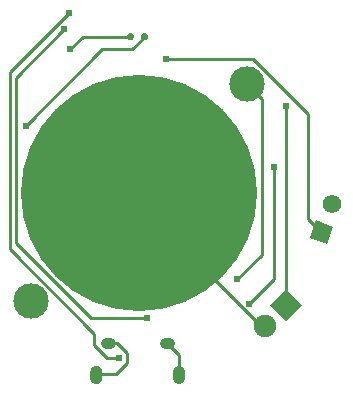
<source format=gbl>
G04 Layer: BottomLayer*
G04 EasyEDA v5.9.42, Tue, 16 Apr 2019 11:47:19 GMT*
G04 d50fdd4d9f664dc78ddcbe030e5111f0*
G04 Gerber Generator version 0.2*
G04 Scale: 100 percent, Rotated: No, Reflected: No *
G04 Dimensions in inches *
G04 leading zeros omitted , absolute positions ,2 integer and 4 decimal *
%FSLAX24Y24*%
%MOIN*%
G90*
G70D02*

%ADD11C,0.009000*%
%ADD12C,0.024000*%
%ADD20C,0.118110*%
%ADD22C,0.074803*%
%ADD24C,0.062000*%
%ADD25C,0.039370*%
%ADD26C,0.037402*%
%ADD27C,0.787400*%

%LPD*%
G54D11*
G01X11496Y2296D02*
G01X11373Y2296D01*
G01X7301Y6369D01*
G01X7301Y6751D01*
G01X10573Y3859D02*
G01X11384Y4673D01*
G01X11384Y9873D01*
G01X10905Y10355D01*
G01X10967Y3051D02*
G01X11794Y3878D01*
G01X11794Y7617D01*
G01X12203Y3003D02*
G01X12203Y9628D01*
G01X7555Y2578D02*
G01X5680Y2578D01*
G01X3203Y5055D01*
G01X3203Y10584D01*
G01X4805Y12186D01*
G01X6642Y1248D02*
G01X6226Y1248D01*
G01X5807Y1667D01*
G01X5807Y2051D01*
G01X2988Y4869D01*
G01X2988Y10769D01*
G01X4967Y12748D01*
G01X8207Y11213D02*
G01X11088Y11213D01*
G01X12932Y9369D01*
G01X12932Y5876D01*
G01X13378Y5430D01*
G01X7007Y11944D02*
G01X5413Y11944D01*
G01X5007Y11538D01*
G01X7480Y11944D02*
G01X7067Y11530D01*
G01X6078Y11530D01*
G01X3517Y8969D01*
G01X5876Y696D02*
G01X6521Y696D01*
G01X6888Y1063D01*
G01X6888Y1409D01*
G01X6563Y1734D01*
G01X6265Y1734D01*
G01X8234Y1734D02*
G01X8628Y1340D01*
G01X8628Y671D01*
G54D27*
G01X7300Y6750D03*
G54D20*
G01X10904Y10354D03*
G01X3695Y3145D03*
G36*
G01X12732Y3003D02*
G01X12203Y2475D01*
G01X11675Y3003D01*
G01X12203Y3532D01*
G01X12732Y3003D01*
G37*
G54D22*
G01X11496Y2296D03*
G36*
G01X7126Y11944D02*
G01X7125Y11930D01*
G01X7121Y11915D01*
G01X7117Y11901D01*
G01X7111Y11888D01*
G01X7105Y11876D01*
G01X7096Y11865D01*
G01X7086Y11855D01*
G01X7075Y11846D01*
G01X7061Y11838D01*
G01X7048Y11834D01*
G01X7036Y11828D01*
G01X7021Y11826D01*
G01X7007Y11826D01*
G01X7007Y11826D01*
G01X6992Y11826D01*
G01X6978Y11828D01*
G01X6965Y11834D01*
G01X6953Y11838D01*
G01X6940Y11846D01*
G01X6928Y11855D01*
G01X6919Y11865D01*
G01X6909Y11876D01*
G01X6903Y11888D01*
G01X6896Y11901D01*
G01X6892Y11915D01*
G01X6890Y11930D01*
G01X6888Y11944D01*
G01X6888Y11944D01*
G01X6890Y11957D01*
G01X6892Y11971D01*
G01X6896Y11986D01*
G01X6903Y11998D01*
G01X6909Y12011D01*
G01X6919Y12021D01*
G01X6928Y12032D01*
G01X6940Y12040D01*
G01X6953Y12048D01*
G01X6965Y12053D01*
G01X6978Y12059D01*
G01X6992Y12061D01*
G01X7007Y12061D01*
G01X7007Y12061D01*
G01X7021Y12061D01*
G01X7036Y12059D01*
G01X7048Y12053D01*
G01X7061Y12048D01*
G01X7075Y12040D01*
G01X7086Y12032D01*
G01X7096Y12021D01*
G01X7105Y12011D01*
G01X7111Y11998D01*
G01X7117Y11986D01*
G01X7121Y11971D01*
G01X7125Y11957D01*
G01X7126Y11944D01*
G01X7126Y11944D01*
G37*
G36*
G01X7598Y11944D02*
G01X7596Y11930D01*
G01X7594Y11915D01*
G01X7590Y11901D01*
G01X7584Y11888D01*
G01X7576Y11876D01*
G01X7567Y11865D01*
G01X7557Y11855D01*
G01X7546Y11846D01*
G01X7534Y11838D01*
G01X7521Y11834D01*
G01X7507Y11828D01*
G01X7494Y11826D01*
G01X7480Y11826D01*
G01X7480Y11826D01*
G01X7465Y11826D01*
G01X7451Y11828D01*
G01X7438Y11834D01*
G01X7425Y11838D01*
G01X7413Y11846D01*
G01X7401Y11855D01*
G01X7392Y11865D01*
G01X7382Y11876D01*
G01X7375Y11888D01*
G01X7369Y11901D01*
G01X7365Y11915D01*
G01X7363Y11930D01*
G01X7361Y11944D01*
G01X7361Y11944D01*
G01X7363Y11957D01*
G01X7365Y11971D01*
G01X7369Y11986D01*
G01X7375Y11998D01*
G01X7382Y12011D01*
G01X7392Y12021D01*
G01X7401Y12032D01*
G01X7413Y12040D01*
G01X7425Y12048D01*
G01X7438Y12053D01*
G01X7451Y12059D01*
G01X7465Y12061D01*
G01X7480Y12061D01*
G01X7480Y12061D01*
G01X7494Y12061D01*
G01X7507Y12059D01*
G01X7521Y12053D01*
G01X7534Y12048D01*
G01X7546Y12040D01*
G01X7557Y12032D01*
G01X7567Y12021D01*
G01X7576Y12011D01*
G01X7584Y11998D01*
G01X7590Y11986D01*
G01X7594Y11971D01*
G01X7596Y11957D01*
G01X7598Y11944D01*
G01X7598Y11944D01*
G37*
G36*
G01X5867Y365D02*
G01X5857Y365D01*
G01X5848Y367D01*
G01X5838Y369D01*
G01X5828Y371D01*
G01X5819Y373D01*
G01X5809Y376D01*
G01X5800Y378D01*
G01X5790Y382D01*
G01X5782Y386D01*
G01X5773Y392D01*
G01X5765Y396D01*
G01X5757Y403D01*
G01X5748Y409D01*
G01X5742Y415D01*
G01X5734Y421D01*
G01X5728Y428D01*
G01X5721Y436D01*
G01X5715Y444D01*
G01X5709Y451D01*
G01X5703Y459D01*
G01X5698Y467D01*
G01X5694Y476D01*
G01X5690Y486D01*
G01X5686Y494D01*
G01X5684Y505D01*
G01X5680Y513D01*
G01X5678Y523D01*
G01X5676Y532D01*
G01X5676Y542D01*
G01X5675Y553D01*
G01X5675Y563D01*
G01X5675Y778D01*
G01X5675Y788D01*
G01X5676Y798D01*
G01X5676Y807D01*
G01X5678Y817D01*
G01X5680Y828D01*
G01X5684Y836D01*
G01X5686Y846D01*
G01X5690Y855D01*
G01X5694Y865D01*
G01X5698Y873D01*
G01X5703Y882D01*
G01X5709Y890D01*
G01X5715Y898D01*
G01X5721Y905D01*
G01X5728Y913D01*
G01X5734Y919D01*
G01X5742Y926D01*
G01X5748Y932D01*
G01X5757Y938D01*
G01X5765Y944D01*
G01X5773Y950D01*
G01X5782Y953D01*
G01X5790Y959D01*
G01X5800Y961D01*
G01X5809Y965D01*
G01X5819Y969D01*
G01X5828Y971D01*
G01X5838Y973D01*
G01X5848Y973D01*
G01X5857Y975D01*
G01X5867Y976D01*
G01X5876Y976D01*
G01X5886Y975D01*
G01X5896Y973D01*
G01X5905Y973D01*
G01X5915Y971D01*
G01X5925Y969D01*
G01X5934Y965D01*
G01X5944Y961D01*
G01X5953Y959D01*
G01X5961Y953D01*
G01X5969Y950D01*
G01X5978Y944D01*
G01X5986Y938D01*
G01X5994Y932D01*
G01X6001Y926D01*
G01X6009Y919D01*
G01X6015Y913D01*
G01X6023Y905D01*
G01X6028Y898D01*
G01X6034Y890D01*
G01X6040Y882D01*
G01X6044Y873D01*
G01X6048Y865D01*
G01X6053Y855D01*
G01X6057Y846D01*
G01X6059Y836D01*
G01X6063Y828D01*
G01X6065Y817D01*
G01X6067Y807D01*
G01X6067Y798D01*
G01X6069Y788D01*
G01X6069Y778D01*
G01X6069Y563D01*
G01X6069Y553D01*
G01X6067Y542D01*
G01X6067Y532D01*
G01X6065Y523D01*
G01X6063Y513D01*
G01X6059Y505D01*
G01X6057Y494D01*
G01X6053Y486D01*
G01X6048Y476D01*
G01X6044Y467D01*
G01X6040Y459D01*
G01X6034Y451D01*
G01X6028Y444D01*
G01X6023Y436D01*
G01X6015Y428D01*
G01X6009Y421D01*
G01X6001Y415D01*
G01X5994Y409D01*
G01X5986Y403D01*
G01X5978Y396D01*
G01X5969Y392D01*
G01X5961Y386D01*
G01X5953Y382D01*
G01X5944Y378D01*
G01X5934Y376D01*
G01X5925Y373D01*
G01X5915Y371D01*
G01X5905Y369D01*
G01X5896Y367D01*
G01X5886Y365D01*
G01X5876Y365D01*
G01X5867Y365D01*
G37*
G36*
G01X13193Y5827D02*
G01X13776Y5615D01*
G01X13564Y5032D01*
G01X12981Y5244D01*
G01X13193Y5827D01*
G37*
G54D24*
G01X13721Y6369D03*
G54D12*
G01X10573Y3859D03*
G01X11794Y7617D03*
G01X10967Y3051D03*
G01X12203Y9628D03*
G01X7555Y2578D03*
G01X4805Y12186D03*
G01X4967Y12748D03*
G01X6642Y1248D03*
G01X8207Y11213D03*
G01X5007Y11538D03*
G01X3517Y8969D03*
G54D25*
G01X8628Y779D02*
G01X8628Y562D01*
G54D26*
G01X8175Y1733D02*
G01X8293Y1733D01*
G01X6206Y1733D02*
G01X6324Y1733D01*
M00*
M02*

</source>
